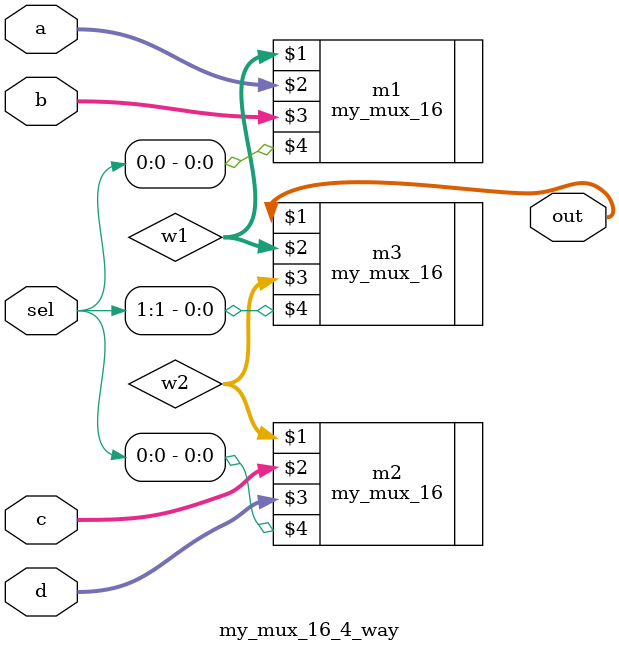
<source format=sv>
`ifndef my_mux_16
  `include "my_mux_16.sv"
`endif

module my_mux_16_4_way(out, a, b, c, d, sel);
  input [15:0] a, b, c, d;
  input [1:0] sel;
  output [15:0] out;

  wire [15:0] w1, w2;
  my_mux_16 m1(w1, a, b, sel[0]);
  my_mux_16 m2(w2, c, d, sel[0]);
  my_mux_16 m3(out, w1, w2, sel[1]);

  // I think it's not too difficult to implement a better approach (as indicated in
  // most schematics for a 4-way multiplexer) but we need more generic components
  // like an `and` that combines n-signals all with different bus sizes
  // below is a start though...
  // wire most_not, least_not, a00, a01, a10, a11;
  // my_not n1(most_not, sel[1]); // msb
  // my_not n2(least_not, sel[0]); // lsb
  // my_and a1(a00, n1, n2);
  // my_and a2(a00, n1, sel[0]);
  // my_and a3(a00, n2, sel[1]);
  // my_and a4(a00, sel[0], sel[1]);

endmodule
</source>
